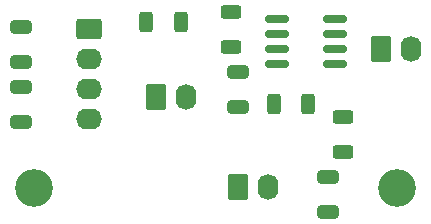
<source format=gbr>
%TF.GenerationSoftware,KiCad,Pcbnew,(6.0.1-0)*%
%TF.CreationDate,2023-07-04T10:19:11-04:00*%
%TF.ProjectId,Second Order Phase Shifter,5365636f-6e64-4204-9f72-646572205068,rev?*%
%TF.SameCoordinates,Original*%
%TF.FileFunction,Soldermask,Top*%
%TF.FilePolarity,Negative*%
%FSLAX46Y46*%
G04 Gerber Fmt 4.6, Leading zero omitted, Abs format (unit mm)*
G04 Created by KiCad (PCBNEW (6.0.1-0)) date 2023-07-04 10:19:11*
%MOMM*%
%LPD*%
G01*
G04 APERTURE LIST*
G04 Aperture macros list*
%AMRoundRect*
0 Rectangle with rounded corners*
0 $1 Rounding radius*
0 $2 $3 $4 $5 $6 $7 $8 $9 X,Y pos of 4 corners*
0 Add a 4 corners polygon primitive as box body*
4,1,4,$2,$3,$4,$5,$6,$7,$8,$9,$2,$3,0*
0 Add four circle primitives for the rounded corners*
1,1,$1+$1,$2,$3*
1,1,$1+$1,$4,$5*
1,1,$1+$1,$6,$7*
1,1,$1+$1,$8,$9*
0 Add four rect primitives between the rounded corners*
20,1,$1+$1,$2,$3,$4,$5,0*
20,1,$1+$1,$4,$5,$6,$7,0*
20,1,$1+$1,$6,$7,$8,$9,0*
20,1,$1+$1,$8,$9,$2,$3,0*%
G04 Aperture macros list end*
%ADD10O,2.190000X1.740000*%
%ADD11RoundRect,0.250000X-0.845000X0.620000X-0.845000X-0.620000X0.845000X-0.620000X0.845000X0.620000X0*%
%ADD12RoundRect,0.250000X-0.620000X-0.845000X0.620000X-0.845000X0.620000X0.845000X-0.620000X0.845000X0*%
%ADD13O,1.740000X2.190000*%
%ADD14RoundRect,0.150000X-0.825000X-0.150000X0.825000X-0.150000X0.825000X0.150000X-0.825000X0.150000X0*%
%ADD15RoundRect,0.250000X0.625000X-0.312500X0.625000X0.312500X-0.625000X0.312500X-0.625000X-0.312500X0*%
%ADD16RoundRect,0.250000X-0.312500X-0.625000X0.312500X-0.625000X0.312500X0.625000X-0.312500X0.625000X0*%
%ADD17C,3.200000*%
%ADD18RoundRect,0.250000X0.650000X-0.325000X0.650000X0.325000X-0.650000X0.325000X-0.650000X-0.325000X0*%
%ADD19RoundRect,0.250000X-0.650000X0.325000X-0.650000X-0.325000X0.650000X-0.325000X0.650000X0.325000X0*%
G04 APERTURE END LIST*
D10*
%TO.C,J1*%
X128925000Y-113030000D03*
X128925000Y-110490000D03*
X128925000Y-107950000D03*
D11*
X128925000Y-105410000D03*
%TD*%
D12*
%TO.C,R3*%
X134620000Y-111145000D03*
D13*
X137160000Y-111145000D03*
%TD*%
D14*
%TO.C,U1*%
X144845000Y-104521000D03*
X144845000Y-105791000D03*
X144845000Y-107061000D03*
X144845000Y-108331000D03*
X149795000Y-108331000D03*
X149795000Y-107061000D03*
X149795000Y-105791000D03*
X149795000Y-104521000D03*
%TD*%
D13*
%TO.C,R6*%
X144145000Y-118765000D03*
D12*
X141605000Y-118765000D03*
%TD*%
D15*
%TO.C,R5*%
X150495000Y-112837500D03*
X150495000Y-115762500D03*
%TD*%
D16*
%TO.C,R4*%
X147512500Y-111760000D03*
X144587500Y-111760000D03*
%TD*%
D15*
%TO.C,R2*%
X140970000Y-106872500D03*
X140970000Y-103947500D03*
%TD*%
D16*
%TO.C,R1*%
X136717500Y-104775000D03*
X133792500Y-104775000D03*
%TD*%
D13*
%TO.C,J2*%
X156210000Y-107081000D03*
D12*
X153670000Y-107081000D03*
%TD*%
D17*
%TO.C,H2*%
X124333000Y-118872000D03*
%TD*%
%TO.C,H1*%
X155067000Y-118872000D03*
%TD*%
D18*
%TO.C,C4*%
X149225000Y-117905000D03*
X149225000Y-120855000D03*
%TD*%
%TO.C,C3*%
X141605000Y-109015000D03*
X141605000Y-111965000D03*
%TD*%
D19*
%TO.C,C2*%
X123190000Y-113235000D03*
X123190000Y-110285000D03*
%TD*%
%TO.C,C1*%
X123190000Y-105205000D03*
X123190000Y-108155000D03*
%TD*%
M02*

</source>
